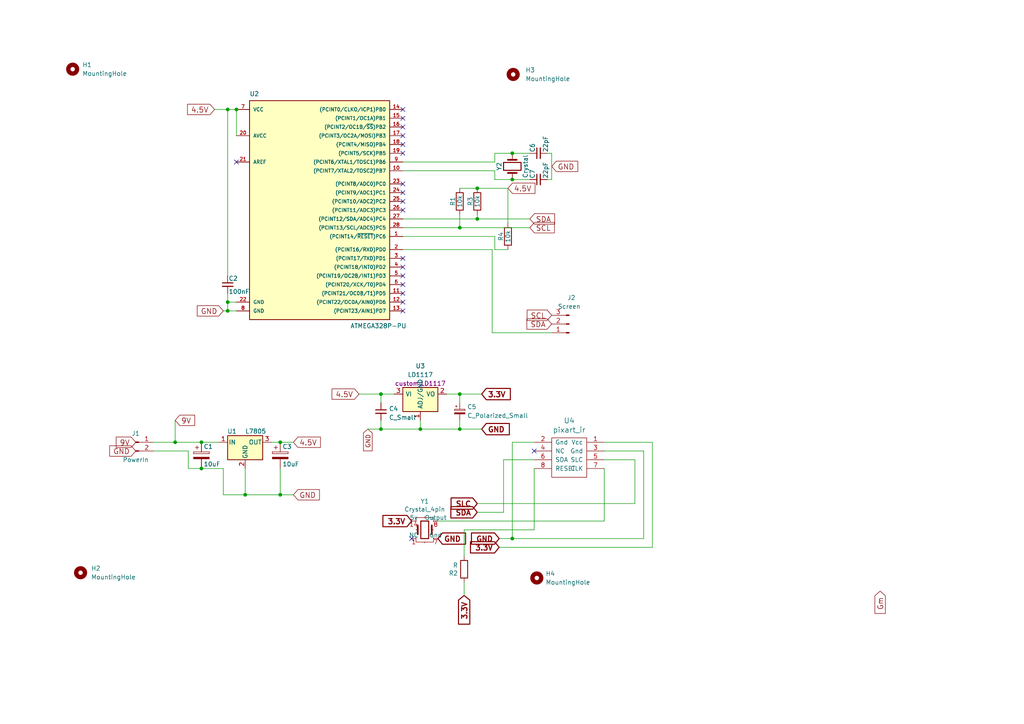
<source format=kicad_sch>
(kicad_sch (version 20250114) (generator "eeschema") (generator_version "9.0")
  (paper "A4")
  (lib_symbols
    (symbol "Device:C_Polarized_Small" (pin_numbers (hide yes)) (pin_names (offset 0.254) (hide yes))
      (property "Reference" "C" (at 0.254 1.778 0))
      (property "Value" "C_Polarized_Small" (at 0.254 -2.032 0))
      (symbol "C_Polarized_Small_0_1"
        (rectangle (start -1.524 0.6858) (end 1.524 0.3048))
        (rectangle (start -1.524 -0.3048) (end 1.524 -0.6858) (fill (type outline)))
        (polyline (pts (xy -1.27 1.524) (xy -0.762 1.524)))
        (polyline (pts (xy -1.016 1.27) (xy -1.016 1.778)))
      )
      (symbol "C_Polarized_Small_1_1"
        (pin passive line (at 0 2.54 270) (length 1.8542) (name "~") (number "1"))
        (pin passive line (at 0 -2.54 90) (length 1.8542) (name "~") (number "2"))
      )
    )
    (symbol "Device:C_Small" (pin_numbers (hide yes)) (pin_names (offset 0.254) (hide yes))
      (property "Reference" "C" (at 0.254 1.778 0))
      (property "Value" "C_Small" (at 0.254 -2.032 0))
      (symbol "C_Small_0_1"
        (polyline (pts (xy -1.524 0.508) (xy 1.524 0.508)) (stroke (width 0.3048)))
        (polyline (pts (xy -1.524 -0.508) (xy 1.524 -0.508)) (stroke (width 0.3302)))
      )
      (symbol "C_Small_1_1"
        (pin passive line (at 0 2.54 270) (length 2.032) (name "~") (number "1"))
        (pin passive line (at 0 -2.54 90) (length 2.032) (name "~") (number "2"))
      )
    )
    (symbol "Mechanical:MountingHole" (pin_names (offset 1.016)) (in_bom no)
      (property "Reference" "H" (at 0 5.08 0))
      (property "Value" "MountingHole" (at 0 3.175 0))
      (symbol "MountingHole_0_1"
        (circle (center 0 0) (radius 1.27) (stroke (width 1.27)))
      )
    )
    (symbol "custom:ATMEGA328P-PU" (pin_names (offset 1.016))
      (property "Reference" "U" (at -19.05 31.75 0))
      (property "Value" "ATMEGA328P-PU" (at 10.16 -35.56 0))
      (symbol "ATMEGA328P-PU_0_1"
        (rectangle (start -19.05 30.48) (end 21.59 -33.02) (stroke (width 0.254)) (fill (type background)))
      )
      (symbol "ATMEGA328P-PU_1_1"
        (pin power_in line (at -22.86 27.94 0) (length 3.81) (name "VCC") (number "7"))
        (pin power_in line (at -22.86 20.32 0) (length 3.81) (name "AVCC") (number "20"))
        (pin bidirectional line (at -22.86 12.7 0) (length 3.81) (name "AREF") (number "21"))
        (pin power_in line (at -22.86 -27.94 0) (length 3.81) (name "GND") (number "22"))
        (pin power_in line (at -22.86 -30.48 0) (length 3.81) (name "GND") (number "8"))
        (pin bidirectional line (at 25.4 27.94 180) (length 3.81) (name "(PCINT0/CLKO/ICP1)PB0") (number "14"))
        (pin bidirectional line (at 25.4 25.4 180) (length 3.81) (name "(PCINT1/OC1A)PB1") (number "15"))
        (pin bidirectional line (at 25.4 22.86 180) (length 3.81) (name "(PCINT2/OC1B/~{SS})PB2") (number "16"))
        (pin bidirectional line (at 25.4 20.32 180) (length 3.81) (name "(PCINT3/OC2A/MOSI)PB3") (number "17"))
        (pin bidirectional line (at 25.4 17.78 180) (length 3.81) (name "(PCINT4/MISO)PB4") (number "18"))
        (pin bidirectional line (at 25.4 15.24 180) (length 3.81) (name "(PCINT5/SCK)PB5") (number "19"))
        (pin bidirectional line (at 25.4 12.7 180) (length 3.81) (name "(PCINT6/XTAL1/TOSC1)PB6") (number "9"))
        (pin bidirectional line (at 25.4 10.16 180) (length 3.81) (name "(PCINT7/XTAL2/TOSC2)PB7") (number "10"))
        (pin bidirectional line (at 25.4 6.35 180) (length 3.81) (name "(PCINT8/ADC0)PC0") (number "23"))
        (pin bidirectional line (at 25.4 3.81 180) (length 3.81) (name "(PCINT9/ADC1)PC1") (number "24"))
        (pin bidirectional line (at 25.4 1.27 180) (length 3.81) (name "(PCINT10/ADC2)PC2") (number "25"))
        (pin bidirectional line (at 25.4 -1.27 180) (length 3.81) (name "(PCINT11/ADC3)PC3") (number "26"))
        (pin bidirectional line (at 25.4 -3.81 180) (length 3.81) (name "(PCINT12/SDA/ADC4)PC4") (number "27"))
        (pin bidirectional line (at 25.4 -6.35 180) (length 3.81) (name "(PCINT13/SCL/ADC5)PC5") (number "28"))
        (pin bidirectional line (at 25.4 -8.89 180) (length 3.81) (name "(PCINT14/~{RESET})PC6") (number "1"))
        (pin bidirectional line (at 25.4 -12.7 180) (length 3.81) (name "(PCINT16/RXD)PD0") (number "2"))
        (pin bidirectional line (at 25.4 -15.24 180) (length 3.81) (name "(PCINT17/TXD)PD1") (number "3"))
        (pin bidirectional line (at 25.4 -17.78 180) (length 3.81) (name "(PCINT18/INT0)PD2") (number "4"))
        (pin bidirectional line (at 25.4 -20.32 180) (length 3.81) (name "(PCINT19/OC2B/INT1)PD3") (number "5"))
        (pin bidirectional line (at 25.4 -22.86 180) (length 3.81) (name "(PCINT20/XCK/T0)PD4") (number "6"))
        (pin bidirectional line (at 25.4 -25.4 180) (length 3.81) (name "(PCINT21/OC0B/T1)PD5") (number "11"))
        (pin bidirectional line (at 25.4 -27.94 180) (length 3.81) (name "(PCINT22/OC0A/AIN0)PD6") (number "12"))
        (pin bidirectional line (at 25.4 -30.48 180) (length 3.81) (name "(PCINT23/AIN1)PD7") (number "13"))
      )
    )
    (symbol "custom:CP" (pin_numbers (hide yes)) (pin_names (offset 0.254))
      (property "Reference" "C" (at 0.635 2.54 0))
      (property "Value" "CP" (at 0.635 -2.54 0))
      (symbol "CP_0_1"
        (rectangle (start -2.286 0.508) (end -2.286 1.016))
        (rectangle (start -2.286 0.508) (end 2.286 0.508))
        (polyline (pts (xy -1.778 2.286) (xy -0.762 2.286)))
        (polyline (pts (xy -1.27 2.794) (xy -1.27 1.778)))
        (rectangle (start 2.286 1.016) (end -2.286 1.016))
        (rectangle (start 2.286 1.016) (end 2.286 0.508))
        (rectangle (start 2.286 -0.508) (end -2.286 -1.016) (fill (type outline)))
      )
      (symbol "CP_1_1"
        (pin passive line (at 0 3.81 270) (length 2.794) (name "~") (number "1"))
        (pin passive line (at 0 -3.81 90) (length 2.794) (name "~") (number "2"))
      )
    )
    (symbol "custom:C_Small" (pin_numbers (hide yes)) (pin_names (offset 0.254) (hide yes))
      (property "Reference" "C" (at 0.254 1.778 0))
      (property "Value" "C_Small" (at 0.254 -2.032 0))
      (symbol "C_Small_0_1"
        (polyline (pts (xy -1.524 0.508) (xy 1.524 0.508)) (stroke (width 0.3048)))
        (polyline (pts (xy -1.524 -0.508) (xy 1.524 -0.508)) (stroke (width 0.3302)))
      )
      (symbol "C_Small_1_1"
        (pin passive line (at 0 2.54 270) (length 2.032) (name "~") (number "1"))
        (pin passive line (at 0 -2.54 90) (length 2.032) (name "~") (number "2"))
      )
    )
    (symbol "custom:Conn_01x02_Male" (pin_names (offset 1.016) (hide yes))
      (property "Reference" "J" (at 0 2.54 0))
      (property "Value" "Conn_01x02_Male" (at 0 -5.08 0))
      (symbol "Conn_01x02_Male_1_1"
        (rectangle (start 0.8636 0.127) (end 0 -0.127) (stroke (width 0.1524)) (fill (type outline)))
        (rectangle (start 0.8636 -2.413) (end 0 -2.667) (stroke (width 0.1524)) (fill (type outline)))
        (polyline (pts (xy 1.27 0) (xy 0.8636 0)) (stroke (width 0.1524)))
        (polyline (pts (xy 1.27 -2.54) (xy 0.8636 -2.54)) (stroke (width 0.1524)))
        (pin passive line (at 5.08 0 180) (length 3.81) (name "Pin_1") (number "1"))
        (pin passive line (at 5.08 -2.54 180) (length 3.81) (name "Pin_2") (number "2"))
      )
    )
    (symbol "custom:Conn_01x03_Male" (pin_names (offset 1.016) (hide yes))
      (property "Reference" "J" (at 0 5.08 0))
      (property "Value" "Conn_01x03_Male" (at 0 -5.08 0))
      (symbol "Conn_01x03_Male_1_1"
        (rectangle (start 0.8636 2.667) (end 0 2.413) (stroke (width 0.1524)) (fill (type outline)))
        (rectangle (start 0.8636 0.127) (end 0 -0.127) (stroke (width 0.1524)) (fill (type outline)))
        (rectangle (start 0.8636 -2.413) (end 0 -2.667) (stroke (width 0.1524)) (fill (type outline)))
        (polyline (pts (xy 1.27 2.54) (xy 0.8636 2.54)) (stroke (width 0.1524)))
        (polyline (pts (xy 1.27 0) (xy 0.8636 0)) (stroke (width 0.1524)))
        (polyline (pts (xy 1.27 -2.54) (xy 0.8636 -2.54)) (stroke (width 0.1524)))
        (pin passive line (at 5.08 2.54 180) (length 3.81) (name "Pin_1") (number "1"))
        (pin passive line (at 5.08 0 180) (length 3.81) (name "Pin_2") (number "2"))
        (pin passive line (at 5.08 -2.54 180) (length 3.81) (name "Pin_3") (number "3"))
      )
    )
    (symbol "custom:Crystal" (pin_numbers (hide yes)) (pin_names (offset 1.016) (hide yes))
      (property "Reference" "Y" (at 0 3.81 0))
      (property "Value" "Crystal" (at 0 -3.81 0))
      (symbol "Crystal_0_1"
        (polyline (pts (xy -2.54 0) (xy -1.905 0)))
        (polyline (pts (xy -1.905 -1.27) (xy -1.905 1.27)) (stroke (width 0.508)))
        (rectangle (start -1.143 2.54) (end 1.143 -2.54) (stroke (width 0.3048)))
        (polyline (pts (xy 1.905 -1.27) (xy 1.905 1.27)) (stroke (width 0.508)))
        (polyline (pts (xy 2.54 0) (xy 1.905 0)))
      )
      (symbol "Crystal_1_1"
        (pin passive line (at -3.81 0 0) (length 1.27) (name "1") (number "1"))
        (pin passive line (at 3.81 0 180) (length 1.27) (name "2") (number "2"))
      )
    )
    (symbol "custom:Crystal_4pin" (pin_names (offset 0))
      (property "Reference" "Y" (at 3.175 5.08 0))
      (property "Value" "Crystal_4pin" (at -1.27 -5.08 0))
      (symbol "Crystal_4pin_0_1"
        (polyline (pts (xy -2.54 2.286) (xy -2.54 3.556) (xy 2.54 3.556) (xy 2.54 2.286)))
        (polyline (pts (xy -2.54 0) (xy -2.032 0)))
        (polyline (pts (xy -2.54 -2.286) (xy -2.54 -3.556) (xy 2.54 -3.556) (xy 2.54 -2.286)))
        (polyline (pts (xy -2.032 -1.27) (xy -2.032 1.27)) (stroke (width 0.508)))
        (rectangle (start -1.143 2.54) (end 1.143 -2.54) (stroke (width 0.3048)))
        (polyline (pts (xy 0 3.556) (xy 0 3.81)))
        (polyline (pts (xy 0 -3.81) (xy 0 -3.556)))
        (polyline (pts (xy 2.032 0) (xy 2.54 0)))
        (polyline (pts (xy 2.032 -1.27) (xy 2.032 1.27)) (stroke (width 0.508)))
      )
      (symbol "Crystal_4pin_1_1"
        (pin passive line (at -3.81 2.54 0) (length 1.27) (name "5v") (number "14"))
        (pin passive line (at -3.81 -2.54 0) (length 1.27) (name "NC") (number "1"))
        (pin passive line (at 3.81 2.54 180) (length 1.27) (name "Output") (number "8"))
        (pin passive line (at 3.81 -2.54 180) (length 1.27) (name "Gnd") (number "7"))
      )
    )
    (symbol "custom:L7805-Regulator_Linear" (pin_names (offset 0.254))
      (property "Reference" "U" (at -3.81 3.175 0))
      (property "Value" "L7805-Regulator_Linear" (at 0 3.175 0))
      (symbol "L7805-Regulator_Linear_0_1"
        (rectangle (start -5.08 1.905) (end 5.08 -5.08) (stroke (width 0.254)) (fill (type background)))
      )
      (symbol "L7805-Regulator_Linear_1_1"
        (pin power_in line (at -7.62 0 0) (length 2.54) (name "IN") (number "1"))
        (pin power_in line (at 0 -7.62 90) (length 2.54) (name "GND") (number "2"))
        (pin power_out line (at 7.62 0 180) (length 2.54) (name "OUT") (number "3"))
      )
    )
    (symbol "custom:LD1117" (pin_names (offset 0.762))
      (property "Reference" "U" (at -3.81 3.175 0))
      (property "Value" "LD1117" (at 0 3.175 0))
      (property "Footprint" "custom:LD1117" (at 0 5.08 0))
      (symbol "LD1117_0_1"
        (rectangle (start -5.08 -5.08) (end 5.08 1.905) (stroke (width 0.254)) (fill (type background)))
      )
      (symbol "LD1117_1_1"
        (pin power_in line (at -7.62 0 0) (length 2.54) (name "VI") (number "3"))
        (pin input line (at 0 -7.62 90) (length 2.54) (name "ADJ/GND") (number "1"))
        (pin power_out line (at 7.62 0 180) (length 2.54) (name "VO") (number "2"))
      )
    )
    (symbol "custom:R" (pin_numbers (hide yes)) (pin_names (offset 0))
      (property "Reference" "R" (at 2.032 0 90))
      (property "Value" "R" (at 0 0 90))
      (symbol "R_0_1"
        (rectangle (start -1.016 -2.54) (end 1.016 2.54) (stroke (width 0.254)))
      )
      (symbol "R_1_1"
        (pin passive line (at 0 3.81 270) (length 1.27) (name "~") (number "1"))
        (pin passive line (at 0 -3.81 90) (length 1.27) (name "~") (number "2"))
      )
    )
    (symbol "custom:pixart_ir" (pin_names (offset 1.016))
      (property "Reference" "U" (at -8.89 3.81 0))
      (property "Value" "pixart_ir" (at -1.27 2.54 0))
      (symbol "pixart_ir_0_1"
        (rectangle (start -5.08 11.43) (end -5.08 11.43))
        (rectangle (start 3.81 5.08) (end -6.35 16.51))
      )
      (symbol "pixart_ir_1_1"
        (pin input line (at -11.43 15.24 0) (length 5.08) (name "Gnd") (number "2"))
        (pin input line (at -11.43 12.7 0) (length 5.08) (name "NC") (number "4"))
        (pin input line (at -11.43 10.16 0) (length 5.08) (name "SDA") (number "6"))
        (pin input line (at -11.43 7.62 0) (length 5.08) (name "RESET") (number "8"))
        (pin input line (at 8.89 15.24 180) (length 5.08) (name "Vcc") (number "1"))
        (pin input line (at 8.89 12.7 180) (length 5.08) (name "Gnd") (number "3"))
        (pin input line (at 8.89 10.16 180) (length 5.08) (name "SLC") (number "5"))
        (pin input line (at 8.89 7.62 180) (length 5.08) (name "CLK") (number "7"))
      )
    )
  )
  (junction (at 148.59 156.21))
  (junction (at 81.28 128.27))
  (junction (at 71.12 143.51))
  (junction (at 138.43 54.61))
  (junction (at 110.49 114.3))
  (junction (at 66.04 87.63))
  (junction (at 110.49 124.46))
  (junction (at 58.42 135.89))
  (junction (at 50.8 128.27))
  (junction (at 148.59 44.45))
  (junction (at 133.35 114.3))
  (junction (at 133.35 66.04))
  (junction (at 81.28 143.51))
  (junction (at 138.43 63.5))
  (junction (at 133.35 124.46))
  (junction (at 121.92 124.46))
  (junction (at 148.59 52.07))
  (junction (at 66.04 31.75))
  (junction (at 68.58 31.75))
  (junction (at 58.42 128.27))
  (junction (at 66.04 90.17))
  (no_connect (at 154.94 130.81))
  (no_connect (at 116.84 82.55))
  (no_connect (at 116.84 55.88))
  (no_connect (at 68.58 46.99))
  (no_connect (at 116.84 74.93))
  (no_connect (at 116.84 44.45))
  (no_connect (at 116.84 34.29))
  (no_connect (at 116.84 41.91))
  (no_connect (at 116.84 36.83))
  (no_connect (at 116.84 80.01))
  (no_connect (at 116.84 87.63))
  (no_connect (at 116.84 85.09))
  (no_connect (at 119.38 156.21))
  (no_connect (at 116.84 58.42))
  (no_connect (at 116.84 53.34))
  (no_connect (at 116.84 60.96))
  (no_connect (at 116.84 77.47))
  (no_connect (at 116.84 31.75))
  (no_connect (at 116.84 90.17))
  (no_connect (at 116.84 39.37))
  (wire (pts (xy 143.51 49.53) (xy 143.51 52.07)))
  (wire (pts (xy 143.51 72.39) (xy 143.51 68.58)))
  (wire (pts (xy 184.15 133.35) (xy 184.15 146.05)))
  (wire (pts (xy 160.02 52.07) (xy 158.75 52.07)))
  (wire (pts (xy 116.84 68.58) (xy 143.51 68.58)))
  (wire (pts (xy 116.84 49.53) (xy 143.51 49.53)))
  (wire (pts (xy 148.59 128.27) (xy 148.59 156.21)))
  (wire (pts (xy 68.58 87.63) (xy 66.04 87.63)))
  (wire (pts (xy 116.84 63.5) (xy 138.43 63.5)))
  (wire (pts (xy 116.84 72.39) (xy 142.748 72.39)))
  (wire (pts (xy 147.32 54.61) (xy 147.32 64.77)))
  (wire (pts (xy 110.49 121.92) (xy 110.49 124.46)))
  (wire (pts (xy 127 151.13) (xy 175.26 151.13)))
  (wire (pts (xy 44.45 130.81) (xy 54.61 130.81)))
  (wire (pts (xy 138.43 62.23) (xy 138.43 63.5)))
  (wire (pts (xy 110.49 116.84) (xy 110.49 114.3)))
  (wire (pts (xy 116.84 46.99) (xy 143.51 46.99)))
  (wire (pts (xy 66.04 85.09) (xy 66.04 87.63)))
  (wire (pts (xy 154.94 128.27) (xy 148.59 128.27)))
  (wire (pts (xy 138.43 148.59) (xy 146.05 148.59)))
  (wire (pts (xy 175.26 130.81) (xy 186.69 130.81)))
  (wire (pts (xy 64.77 135.89) (xy 64.77 143.51)))
  (wire (pts (xy 121.92 121.92) (xy 121.92 124.46)))
  (wire (pts (xy 110.49 114.3) (xy 114.3 114.3)))
  (wire (pts (xy 144.78 156.21) (xy 148.59 156.21)))
  (wire (pts (xy 134.62 153.67) (xy 134.62 161.29)))
  (wire (pts (xy 64.77 143.51) (xy 71.12 143.51)))
  (wire (pts (xy 154.94 135.89) (xy 154.94 153.67)))
  (wire (pts (xy 186.69 130.81) (xy 186.69 156.21)))
  (wire (pts (xy 138.43 54.61) (xy 147.32 54.61)))
  (wire (pts (xy 134.62 153.67) (xy 154.94 153.67)))
  (wire (pts (xy 66.04 90.17) (xy 68.58 90.17)))
  (wire (pts (xy 81.28 135.89) (xy 81.28 143.51)))
  (wire (pts (xy 133.35 54.61) (xy 138.43 54.61)))
  (wire (pts (xy 142.748 72.39) (xy 142.748 96.52)))
  (wire (pts (xy 158.75 44.45) (xy 160.02 44.45)))
  (wire (pts (xy 71.12 143.51) (xy 71.12 135.89)))
  (wire (pts (xy 146.05 133.35) (xy 146.05 148.59)))
  (wire (pts (xy 138.43 63.5) (xy 153.67 63.5)))
  (wire (pts (xy 64.77 90.17) (xy 66.04 90.17)))
  (wire (pts (xy 133.35 121.92) (xy 133.35 124.46)))
  (wire (pts (xy 54.61 130.81) (xy 54.61 135.89)))
  (wire (pts (xy 148.59 44.45) (xy 153.67 44.45)))
  (wire (pts (xy 58.42 128.27) (xy 63.5 128.27)))
  (wire (pts (xy 110.49 124.46) (xy 121.92 124.46)))
  (wire (pts (xy 116.84 66.04) (xy 133.35 66.04)))
  (wire (pts (xy 160.02 44.45) (xy 160.02 52.07)))
  (wire (pts (xy 78.74 128.27) (xy 81.28 128.27)))
  (wire (pts (xy 58.42 135.89) (xy 64.77 135.89)))
  (wire (pts (xy 175.26 128.27) (xy 189.23 128.27)))
  (wire (pts (xy 62.23 31.75) (xy 66.04 31.75)))
  (wire (pts (xy 68.58 31.75) (xy 68.58 39.37)))
  (wire (pts (xy 133.35 114.3) (xy 139.7 114.3)))
  (wire (pts (xy 133.35 114.3) (xy 133.35 116.84)))
  (wire (pts (xy 175.26 133.35) (xy 184.15 133.35)))
  (wire (pts (xy 129.54 114.3) (xy 133.35 114.3)))
  (wire (pts (xy 175.26 135.89) (xy 175.26 151.13)))
  (wire (pts (xy 134.62 168.91) (xy 134.62 172.72)))
  (wire (pts (xy 154.94 133.35) (xy 146.05 133.35)))
  (wire (pts (xy 106.68 124.46) (xy 110.49 124.46)))
  (wire (pts (xy 44.45 128.27) (xy 50.8 128.27)))
  (wire (pts (xy 81.28 143.51) (xy 85.09 143.51)))
  (wire (pts (xy 133.35 62.23) (xy 133.35 66.04)))
  (wire (pts (xy 66.04 87.63) (xy 66.04 90.17)))
  (wire (pts (xy 189.23 158.75) (xy 144.78 158.75)))
  (wire (pts (xy 133.35 124.46) (xy 139.7 124.46)))
  (wire (pts (xy 81.28 128.27) (xy 85.09 128.27)))
  (wire (pts (xy 54.61 135.89) (xy 58.42 135.89)))
  (wire (pts (xy 50.8 128.27) (xy 50.8 121.92)))
  (wire (pts (xy 143.51 52.07) (xy 148.59 52.07)))
  (wire (pts (xy 148.59 52.07) (xy 153.67 52.07)))
  (wire (pts (xy 104.14 114.3) (xy 110.49 114.3)))
  (wire (pts (xy 143.51 46.99) (xy 143.51 44.45)))
  (wire (pts (xy 143.51 44.45) (xy 148.59 44.45)))
  (wire (pts (xy 66.04 31.75) (xy 66.04 80.01)))
  (wire (pts (xy 133.35 66.04) (xy 153.67 66.04)))
  (wire (pts (xy 121.92 124.46) (xy 133.35 124.46)))
  (wire (pts (xy 50.8 128.27) (xy 58.42 128.27)))
  (wire (pts (xy 147.32 72.39) (xy 143.51 72.39)))
  (wire (pts (xy 138.43 146.05) (xy 184.15 146.05)))
  (wire (pts (xy 71.12 143.51) (xy 81.28 143.51)))
  (wire (pts (xy 142.748 96.52) (xy 160.02 96.52)))
  (wire (pts (xy 189.23 128.27) (xy 189.23 158.75)))
  (wire (pts (xy 148.59 156.21) (xy 186.69 156.21)))
  (wire (pts (xy 66.04 31.75) (xy 68.58 31.75)))
  (global_label "4.5V" (shape input) (at 104.14 114.3 180) (effects (font (size 1.524 1.524))) (property "Intersheetrefs" "${INTERSHEET_REFS}" (effects (hide yes))))
  (global_label "3.3V" (shape input) (at 119.38 151.13 180) (effects (font (size 1.524 1.524) (thickness 0.3048) (bold yes))) (property "Intersheetrefs" "${INTERSHEET_REFS}" (effects (hide yes))))
  (global_label "SDA" (shape input) (at 160.02 93.98 180) (effects (font (size 1.524 1.524))) (property "Intersheetrefs" "${INTERSHEET_REFS}" (effects (hide yes))))
  (global_label "GND" (shape input) (at 106.68 124.46 270) (property "Intersheetrefs" "${INTERSHEET_REFS}" (effects (hide yes))))
  (global_label "9V" (shape input) (at 39.37 128.27 180) (effects (font (size 1.524 1.524))) (property "Intersheetrefs" "${INTERSHEET_REFS}" (effects (hide yes))))
  (global_label "9V" (shape input) (at 50.8 121.92 0) (effects (font (size 1.524 1.524))) (property "Intersheetrefs" "${INTERSHEET_REFS}" (effects (hide yes))))
  (global_label "GND" (shape input) (at 144.78 156.21 180) (effects (font (size 1.524 1.524) (thickness 0.3048) (bold yes))) (property "Intersheetrefs" "${INTERSHEET_REFS}" (effects (hide yes))))
  (global_label "4.5V" (shape input) (at 147.32 54.61 0) (effects (font (size 1.524 1.524))) (property "Intersheetrefs" "${INTERSHEET_REFS}" (effects (hide yes))))
  (global_label "4.5V" (shape input) (at 85.09 128.27 0) (effects (font (size 1.524 1.524))) (property "Intersheetrefs" "${INTERSHEET_REFS}" (effects (hide yes))))
  (global_label "SDA" (shape input) (at 153.67 63.5 0) (effects (font (size 1.524 1.524))) (property "Intersheetrefs" "${INTERSHEET_REFS}" (effects (hide yes))))
  (global_label "Gm" (shape input) (at 255.27 171.45 270) (effects (font (size 1.524 1.524))) (property "Intersheetrefs" "${INTERSHEET_REFS}" (effects (hide yes))))
  (global_label "3.3V" (shape input) (at 134.62 172.72 270) (effects (font (size 1.524 1.524) (thickness 0.3048) (bold yes))) (property "Intersheetrefs" "${INTERSHEET_REFS}" (effects (hide yes))))
  (global_label "GND" (shape input) (at 160.02 48.26 0) (effects (font (size 1.524 1.524))) (property "Intersheetrefs" "${INTERSHEET_REFS}" (effects (hide yes))))
  (global_label "SCL" (shape input) (at 160.02 91.44 180) (effects (font (size 1.524 1.524))) (property "Intersheetrefs" "${INTERSHEET_REFS}" (effects (hide yes))))
  (global_label "GND" (shape input) (at 127 156.21 0) (effects (font (size 1.524 1.524) (thickness 0.3048) (bold yes))) (property "Intersheetrefs" "${INTERSHEET_REFS}" (effects (hide yes))))
  (global_label "4.5V" (shape input) (at 62.23 31.75 180) (effects (font (size 1.524 1.524))) (property "Intersheetrefs" "${INTERSHEET_REFS}" (effects (hide yes))))
  (global_label "SDA" (shape input) (at 138.43 148.59 180) (effects (font (size 1.524 1.524) (thickness 0.3048) (bold yes))) (property "Intersheetrefs" "${INTERSHEET_REFS}" (effects (hide yes))))
  (global_label "GND" (shape input) (at 64.77 90.17 180) (effects (font (size 1.524 1.524))) (property "Intersheetrefs" "${INTERSHEET_REFS}" (effects (hide yes))))
  (global_label "SLC" (shape input) (at 138.43 146.05 180) (effects (font (size 1.524 1.524) (thickness 0.3048) (bold yes))) (property "Intersheetrefs" "${INTERSHEET_REFS}" (effects (hide yes))))
  (global_label "3.3V" (shape input) (at 139.7 114.3 0) (effects (font (size 1.524 1.524) (thickness 0.3048) (bold yes))) (property "Intersheetrefs" "${INTERSHEET_REFS}" (effects (hide yes))))
  (global_label "GND" (shape input) (at 39.37 130.81 180) (effects (font (size 1.524 1.524))) (property "Intersheetrefs" "${INTERSHEET_REFS}" (effects (hide yes))))
  (global_label "SCL" (shape input) (at 153.67 66.04 0) (effects (font (size 1.524 1.524))) (property "Intersheetrefs" "${INTERSHEET_REFS}" (effects (hide yes))))
  (global_label "GND" (shape input) (at 85.09 143.51 0) (effects (font (size 1.524 1.524))) (property "Intersheetrefs" "${INTERSHEET_REFS}" (effects (hide yes))))
  (global_label "3.3V" (shape input) (at 144.78 158.75 180) (effects (font (size 1.524 1.524) (thickness 0.3048) (bold yes))) (property "Intersheetrefs" "${INTERSHEET_REFS}" (effects (hide yes))))
  (global_label "GND" (shape input) (at 139.7 124.46 0) (effects (font (size 1.524 1.524) (thickness 0.3048) (bold yes))) (property "Intersheetrefs" "${INTERSHEET_REFS}" (effects (hide yes))))
  (symbol (lib_id "custom:pixart_ir") (at 166.37 143.51 0) (unit 1)
    (property "Reference" "U4" (at 165.1 121.9962 0) (effects (font (size 1.524 1.524))))
    (property "Value" "pixart_ir" (at 165.1 124.6886 0) (effects (font (size 1.524 1.524))))
    (property "Footprint" "custom:pixart_ir" (effects (hide yes)))
  )
  (symbol (lib_id "custom:Conn_01x02_Male") (at 39.37 128.27 0) (unit 1)
    (property "Reference" "J1" (at 39.37 125.73 0))
    (property "Value" "PowerIn" (at 39.37 133.35 0))
    (property "Footprint" "Connector_JST:JST_EH_B2B-EH-A_1x02_P2.50mm_Vertical" (effects (hide yes)))
  )
  (symbol (lib_id "custom:LD1117") (at 121.92 114.3 0) (unit 1)
    (property "Reference" "U3" (at 121.92 106.1584 0))
    (property "Value" "LD1117" (at 121.92 108.6953 0))
    (property "Footprint" "custom:LD1117" (at 121.92 111.2322 0))
  )
  (symbol (lib_id "custom:CP") (at 58.42 132.08 0) (unit 1)
    (property "Reference" "C1" (at 59.055 129.54 0) (effects (justify left)))
    (property "Value" "10uF" (at 59.055 134.62 0) (effects (justify left)))
    (property "Footprint" "Capacitor_THT:CP_Radial_D4.0mm_P2.00mm" (effects (hide yes)))
  )
  (symbol (lib_id "Device:C_Polarized_Small") (at 133.35 119.38 0) (unit 1)
    (property "Reference" "C5" (at 135.509 117.9992 0) (effects (justify left)))
    (property "Value" "C_Polarized_Small" (at 135.509 120.5361 0) (effects (justify left)))
    (property "Footprint" "Capacitor_THT:C_Disc_D4.7mm_W2.5mm_P5.00mm" (effects (hide yes)))
  )
  (symbol (lib_id "Mechanical:MountingHole") (at 23.368 166.116 0) (unit 1) (in_bom no)
    (property "Reference" "H2" (at 26.416 164.8459 0) (effects (justify left)))
    (property "Value" "MountingHole" (at 26.416 167.3859 0) (effects (justify left)))
    (property "Footprint" "MountingHole:MountingHole_3mm" (effects (hide yes)))
    (property "Description" "Mounting Hole without connection" (effects (hide yes)))
  )
  (symbol (lib_id "custom:Conn_01x03_Male") (at 165.1 93.98 180) (unit 1)
    (property "Reference" "J2" (at 165.735 86.36 0))
    (property "Value" "Screen" (at 165.1 88.9 0))
    (property "Footprint" "Connector_JST:JST_EH_B3B-EH-A_1x03_P2.50mm_Vertical" (effects (hide yes)))
  )
  (symbol (lib_id "Mechanical:MountingHole") (at 155.702 167.64 0) (unit 1) (in_bom no)
    (property "Reference" "H4" (at 158.242 166.3699 0) (effects (justify left)))
    (property "Value" "MountingHole" (at 158.242 168.9099 0) (effects (justify left)))
    (property "Footprint" "MountingHole:MountingHole_3mm" (effects (hide yes)))
    (property "Description" "Mounting Hole without connection" (effects (hide yes)))
  )
  (symbol (lib_id "custom:L7805-Regulator_Linear") (at 71.12 128.27 0) (unit 1)
    (property "Reference" "U1" (at 67.31 125.095 0))
    (property "Value" "L7805" (at 71.12 125.095 0) (effects (justify left)))
    (property "Footprint" "custom:L7805CV" (effects (hide yes)))
  )
  (symbol (lib_id "custom:C_Small") (at 156.21 44.45 90) (unit 1)
    (property "Reference" "C6" (at 154.432 44.196 0) (effects (justify left)))
    (property "Value" "22pF" (at 158.242 44.196 0) (effects (justify left)))
    (property "Footprint" "Capacitor_THT:C_Disc_D5.0mm_W2.5mm_P2.50mm" (effects (hide yes)))
  )
  (symbol (lib_id "custom:R") (at 133.35 58.42 180) (unit 1)
    (property "Reference" "R1" (at 131.318 58.42 90))
    (property "Value" "10k" (at 133.35 58.42 90))
    (property "Footprint" "Resistor_THT:R_Axial_DIN0207_L6.3mm_D2.5mm_P7.62mm_Horizontal" (effects (hide yes)))
  )
  (symbol (lib_id "Mechanical:MountingHole") (at 21.082 20.066 0) (unit 1) (in_bom no)
    (property "Reference" "H1" (at 23.876 18.7959 0) (effects (justify left)))
    (property "Value" "MountingHole" (at 23.876 21.3359 0) (effects (justify left)))
    (property "Footprint" "MountingHole:MountingHole_3mm" (effects (hide yes)))
    (property "Description" "Mounting Hole without connection" (effects (hide yes)))
  )
  (symbol (lib_id "custom:CP") (at 81.28 132.08 0) (unit 1)
    (property "Reference" "C3" (at 81.915 129.54 0) (effects (justify left)))
    (property "Value" "10uF" (at 81.915 134.62 0) (effects (justify left)))
    (property "Footprint" "Capacitor_THT:CP_Radial_D4.0mm_P2.00mm" (effects (hide yes)))
  )
  (symbol (lib_id "custom:R") (at 134.62 165.1 180) (unit 1)
    (property "Reference" "R2" (at 132.842 166.2684 0) (effects (justify left)))
    (property "Value" "R" (at 132.842 163.957 0) (effects (justify left)))
    (property "Footprint" "Resistor_THT:R_Axial_DIN0207_L6.3mm_D2.5mm_P7.62mm_Horizontal" (effects (hide yes)))
  )
  (symbol (lib_id "custom:C_Small") (at 66.04 82.55 0) (unit 1)
    (property "Reference" "C2" (at 66.294 80.772 0) (effects (justify left)))
    (property "Value" "100nF" (at 66.294 84.582 0) (effects (justify left)))
    (property "Footprint" "Capacitor_THT:C_Disc_D5.0mm_W2.5mm_P2.50mm" (effects (hide yes)))
  )
  (symbol (lib_id "custom:C_Small") (at 156.21 52.07 90) (unit 1)
    (property "Reference" "C7" (at 154.432 51.816 0) (effects (justify left)))
    (property "Value" "22pF" (at 158.242 51.816 0) (effects (justify left)))
    (property "Footprint" "Capacitor_THT:C_Disc_D5.0mm_W2.5mm_P2.50mm" (effects (hide yes)))
  )
  (symbol (lib_id "custom:R") (at 138.43 58.42 180) (unit 1)
    (property "Reference" "R3" (at 136.398 58.42 90))
    (property "Value" "10k" (at 138.43 58.42 90))
    (property "Footprint" "Resistor_THT:R_Axial_DIN0207_L6.3mm_D2.5mm_P7.62mm_Horizontal" (effects (hide yes)))
  )
  (symbol (lib_id "custom:ATMEGA328P-PU") (at 91.44 59.69 0) (unit 1)
    (property "Reference" "U2" (at 72.39 27.94 0) (effects (justify left bottom)))
    (property "Value" "ATMEGA328P-PU" (at 101.6 95.25 0) (effects (justify left bottom)))
    (property "Footprint" "Package_DIP:DIP-28_W7.62mm" (effects (hide yes)))
  )
  (symbol (lib_id "Device:C_Small") (at 110.49 119.38 0) (unit 1)
    (property "Reference" "C4" (at 112.8141 118.5516 0) (effects (justify left)))
    (property "Value" "C_Small" (at 112.8141 121.0885 0) (effects (justify left)))
    (property "Footprint" "Capacitor_THT:CP_Radial_D4.0mm_P2.00mm" (effects (hide yes)))
  )
  (symbol (lib_id "Mechanical:MountingHole") (at 148.844 21.59 0) (unit 1) (in_bom no)
    (property "Reference" "H3" (at 152.4 20.3199 0) (effects (justify left)))
    (property "Value" "MountingHole" (at 152.4 22.8599 0) (effects (justify left)))
    (property "Footprint" "MountingHole:MountingHole_3mm" (effects (hide yes)))
    (property "Description" "Mounting Hole without connection" (effects (hide yes)))
  )
  (symbol (lib_id "custom:R") (at 147.32 68.58 180) (unit 1)
    (property "Reference" "R4" (at 145.288 68.58 90))
    (property "Value" "10k" (at 147.32 68.58 90))
    (property "Footprint" "Resistor_THT:R_Axial_DIN0207_L6.3mm_D2.5mm_P7.62mm_Horizontal" (effects (hide yes)))
  )
  (symbol (lib_id "custom:Crystal") (at 148.59 48.26 90) (unit 1)
    (property "Reference" "Y2" (at 144.78 48.26 0))
    (property "Value" "Crystal" (at 152.4 48.26 0))
    (property "Footprint" "Crystal:Crystal_HC49-U_Vertical" (effects (hide yes)))
  )
  (symbol (lib_id "custom:Crystal_4pin") (at 123.19 153.67 0) (unit 1)
    (property "Reference" "Y1" (at 123.19 145.415 0))
    (property "Value" "Crystal_4pin" (at 123.19 147.7264 0))
    (property "Footprint" "custom:ECS-100AX" (effects (hide yes)))
  )
)
</source>
